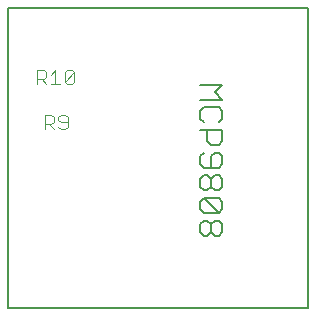
<source format=gto>
G75*
%MOIN*%
%OFA0B0*%
%FSLAX25Y25*%
%IPPOS*%
%LPD*%
%AMOC8*
5,1,8,0,0,1.08239X$1,22.5*
%
%ADD10C,0.00000*%
%ADD11C,0.00800*%
%ADD12C,0.00400*%
%ADD13C,0.00500*%
D10*
X0005629Y0005629D02*
X0005629Y0105590D01*
X0105629Y0105629D01*
X0105629Y0005629D01*
X0005629Y0005629D01*
D11*
X0069554Y0030923D02*
X0069554Y0033392D01*
X0070789Y0034626D01*
X0072023Y0034626D01*
X0073257Y0033392D01*
X0073257Y0030923D01*
X0072023Y0029689D01*
X0070789Y0029689D01*
X0069554Y0030923D01*
X0073257Y0030923D02*
X0074492Y0029689D01*
X0075726Y0029689D01*
X0076960Y0030923D01*
X0076960Y0033392D01*
X0075726Y0034626D01*
X0074492Y0034626D01*
X0073257Y0033392D01*
X0070789Y0037239D02*
X0069554Y0038474D01*
X0069554Y0040943D01*
X0070789Y0042177D01*
X0075726Y0037239D01*
X0070789Y0037239D01*
X0075726Y0037239D02*
X0076960Y0038474D01*
X0076960Y0040943D01*
X0075726Y0042177D01*
X0070789Y0042177D01*
X0070789Y0044790D02*
X0069554Y0046024D01*
X0069554Y0048493D01*
X0070789Y0049727D01*
X0072023Y0049727D01*
X0073257Y0048493D01*
X0073257Y0046024D01*
X0072023Y0044790D01*
X0070789Y0044790D01*
X0073257Y0046024D02*
X0074492Y0044790D01*
X0075726Y0044790D01*
X0076960Y0046024D01*
X0076960Y0048493D01*
X0075726Y0049727D01*
X0074492Y0049727D01*
X0073257Y0048493D01*
X0073257Y0052340D02*
X0073257Y0056043D01*
X0074492Y0057278D01*
X0075726Y0057278D01*
X0076960Y0056043D01*
X0076960Y0053575D01*
X0075726Y0052340D01*
X0070789Y0052340D01*
X0069554Y0053575D01*
X0069554Y0056043D01*
X0070789Y0057278D01*
X0073257Y0059891D02*
X0072023Y0061125D01*
X0072023Y0064828D01*
X0070789Y0067441D02*
X0069554Y0068676D01*
X0069554Y0071144D01*
X0070789Y0072379D01*
X0075726Y0072379D01*
X0076960Y0071144D01*
X0076960Y0068676D01*
X0075726Y0067441D01*
X0076960Y0064828D02*
X0076960Y0061125D01*
X0075726Y0059891D01*
X0073257Y0059891D01*
X0069554Y0064828D02*
X0076960Y0064828D01*
X0076960Y0074992D02*
X0069554Y0074992D01*
X0069554Y0079929D02*
X0076960Y0079929D01*
X0074492Y0077460D01*
X0076960Y0074992D01*
D12*
X0027481Y0080971D02*
X0026714Y0080204D01*
X0025179Y0080204D01*
X0024412Y0080971D01*
X0027481Y0084041D01*
X0027481Y0080971D01*
X0024412Y0080971D02*
X0024412Y0084041D01*
X0025179Y0084808D01*
X0026714Y0084808D01*
X0027481Y0084041D01*
X0022877Y0080204D02*
X0019808Y0080204D01*
X0018273Y0080204D02*
X0016739Y0081739D01*
X0017506Y0081739D02*
X0015204Y0081739D01*
X0015204Y0080204D02*
X0015204Y0084808D01*
X0017506Y0084808D01*
X0018273Y0084041D01*
X0018273Y0082506D01*
X0017506Y0081739D01*
X0019808Y0083273D02*
X0021343Y0084808D01*
X0021343Y0080204D01*
X0020006Y0069808D02*
X0017704Y0069808D01*
X0017704Y0065204D01*
X0017704Y0066739D02*
X0020006Y0066739D01*
X0020773Y0067506D01*
X0020773Y0069041D01*
X0020006Y0069808D01*
X0022308Y0069041D02*
X0022308Y0068273D01*
X0023075Y0067506D01*
X0025377Y0067506D01*
X0025377Y0065971D02*
X0025377Y0069041D01*
X0024610Y0069808D01*
X0023075Y0069808D01*
X0022308Y0069041D01*
X0022308Y0065971D02*
X0023075Y0065204D01*
X0024610Y0065204D01*
X0025377Y0065971D01*
X0020773Y0065204D02*
X0019239Y0066739D01*
D13*
X0005629Y0005629D02*
X0105629Y0005629D01*
X0105629Y0105629D01*
X0005629Y0105629D01*
X0005629Y0005629D01*
M02*

</source>
